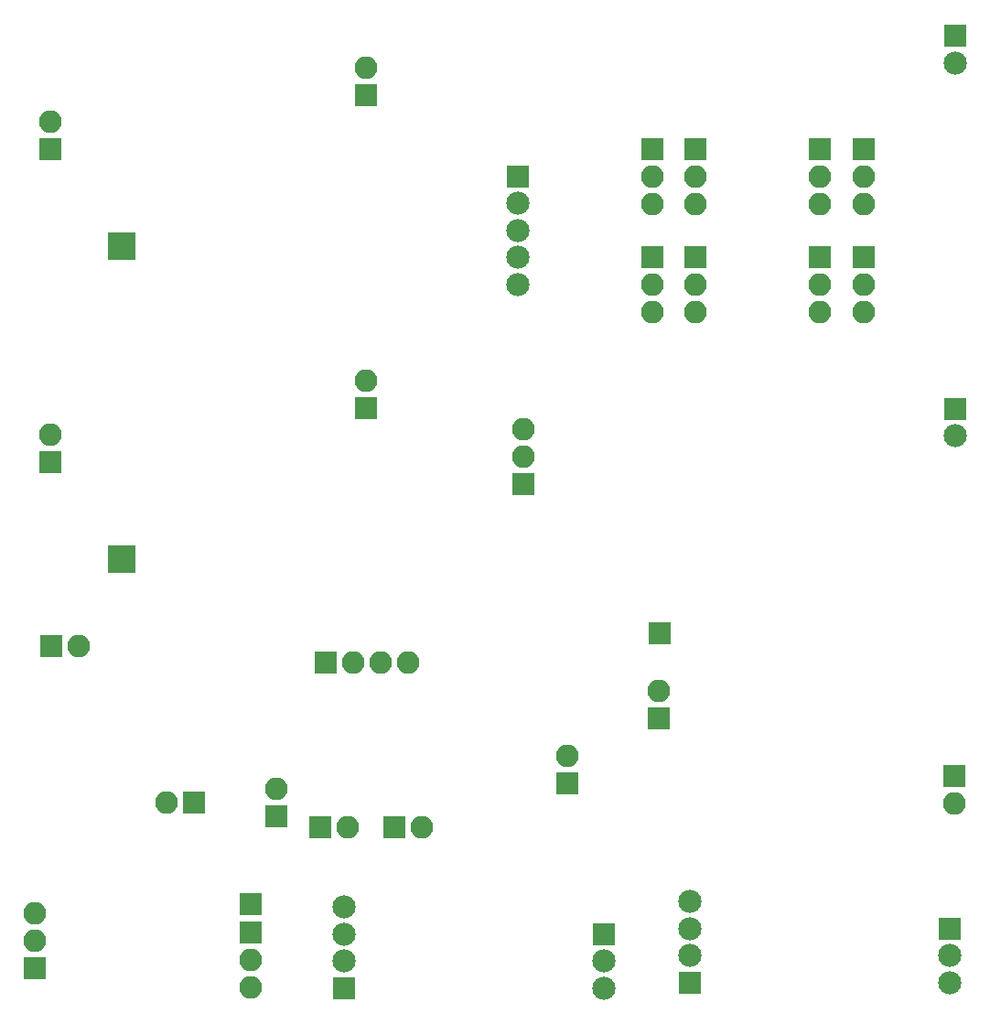
<source format=gbs>
G04 #@! TF.FileFunction,Soldermask,Bot*
%FSLAX46Y46*%
G04 Gerber Fmt 4.6, Leading zero omitted, Abs format (unit mm)*
G04 Created by KiCad (PCBNEW 4.0.5) date 07/05/17 15:10:37*
%MOMM*%
%LPD*%
G01*
G04 APERTURE LIST*
%ADD10C,0.100000*%
%ADD11R,2.150000X2.150000*%
%ADD12C,2.150000*%
%ADD13R,2.100000X2.100000*%
%ADD14O,2.100000X2.100000*%
%ADD15R,2.635200X2.635200*%
G04 APERTURE END LIST*
D10*
D11*
X111028000Y-107956000D03*
D12*
X111028000Y-110456000D03*
X111028000Y-112956000D03*
D11*
X87028000Y-112956000D03*
D12*
X87028000Y-110456000D03*
X87028000Y-107956000D03*
X87028000Y-105456000D03*
D13*
X57023000Y-59817000D03*
D14*
X57023000Y-57277000D03*
D13*
X27813000Y-64770000D03*
D14*
X27813000Y-62230000D03*
D15*
X34417000Y-73787000D03*
X34417000Y-44831000D03*
D13*
X27813000Y-35814000D03*
D14*
X27813000Y-33274000D03*
D13*
X57023000Y-30861000D03*
D14*
X57023000Y-28321000D03*
D13*
X41148000Y-96266000D03*
D14*
X38608000Y-96266000D03*
D13*
X27940000Y-81788000D03*
D14*
X30480000Y-81788000D03*
D13*
X52832000Y-98552000D03*
D14*
X55372000Y-98552000D03*
D13*
X59690000Y-98552000D03*
D14*
X62230000Y-98552000D03*
D13*
X48768000Y-97536000D03*
D14*
X48768000Y-94996000D03*
D13*
X53340000Y-83312000D03*
D14*
X55880000Y-83312000D03*
X58420000Y-83312000D03*
X60960000Y-83312000D03*
D13*
X75692000Y-94488000D03*
D14*
X75692000Y-91948000D03*
D13*
X26416000Y-111633000D03*
D14*
X26416000Y-109093000D03*
X26416000Y-106553000D03*
D13*
X46418500Y-108331000D03*
D14*
X46418500Y-110871000D03*
X46418500Y-113411000D03*
D13*
X46355000Y-105727500D03*
D11*
X55024000Y-113464000D03*
D12*
X55024000Y-110964000D03*
X55024000Y-108464000D03*
X55024000Y-105964000D03*
D11*
X79024000Y-108464000D03*
D12*
X79024000Y-110964000D03*
X79024000Y-113464000D03*
D11*
X71072000Y-38366000D03*
D12*
X71072000Y-40866000D03*
X71072000Y-43366000D03*
X71072000Y-45866000D03*
X71072000Y-48366000D03*
D13*
X99072000Y-35866000D03*
D14*
X99072000Y-38406000D03*
X99072000Y-40946000D03*
D13*
X103072000Y-35866000D03*
D14*
X103072000Y-38406000D03*
X103072000Y-40946000D03*
D13*
X83572000Y-35866000D03*
D14*
X83572000Y-38406000D03*
X83572000Y-40946000D03*
D13*
X87572000Y-35866000D03*
D14*
X87572000Y-38406000D03*
X87572000Y-40946000D03*
D13*
X99072000Y-45866000D03*
D14*
X99072000Y-48406000D03*
X99072000Y-50946000D03*
D13*
X103072000Y-45866000D03*
D14*
X103072000Y-48406000D03*
X103072000Y-50946000D03*
D13*
X83572000Y-45866000D03*
D14*
X83572000Y-48406000D03*
X83572000Y-50946000D03*
D13*
X87572000Y-45866000D03*
D14*
X87572000Y-48406000D03*
X87572000Y-50946000D03*
D13*
X71572000Y-66866000D03*
D14*
X71572000Y-64326000D03*
X71572000Y-61786000D03*
D11*
X111572000Y-25366000D03*
D12*
X111572000Y-27866000D03*
D11*
X111572000Y-59866000D03*
D12*
X111572000Y-62366000D03*
D13*
X111506000Y-93853000D03*
D14*
X111506000Y-96393000D03*
D13*
X84175600Y-88544400D03*
D14*
X84175600Y-86004400D03*
D13*
X84201000Y-80645000D03*
M02*

</source>
